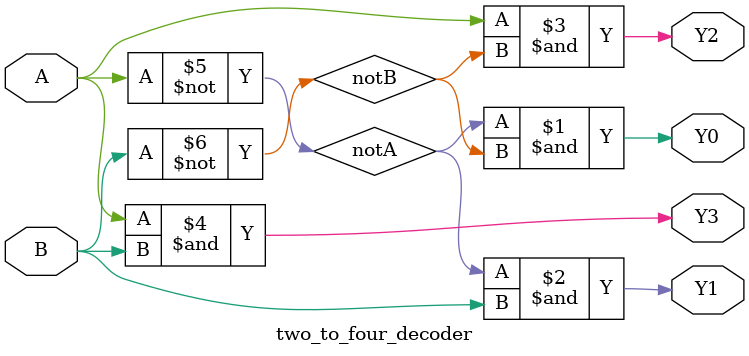
<source format=v>
module two_to_four_decoder(
    input A,
    input B,
    output Y0,
    output Y1,
    output Y2,
    output Y3
);

wire notA;
wire notB;

not(notA,A);
not(notB,B);

and(Y0,notA,notB);  // 00 -> Y0 = 1
and(Y1,notA,B);     // 01 -> Y1 = 1
and(Y2,A,notB);     // 10 -> Y2 = 1
and(Y3,A,B);        // 11 -> Y3 = 1

endmodule
</source>
